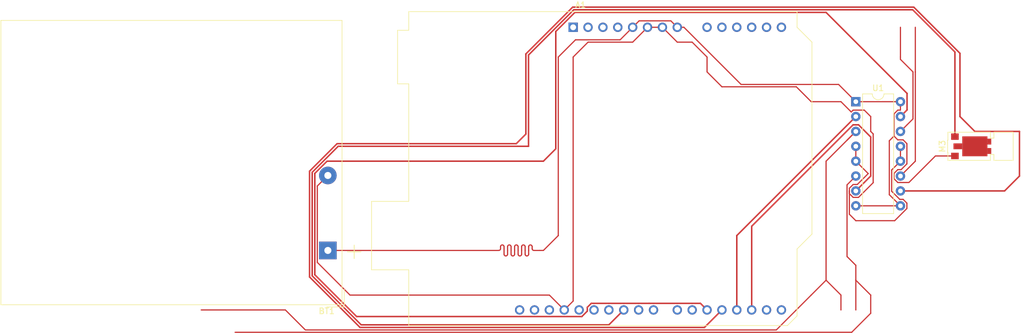
<source format=kicad_pcb>
(kicad_pcb (version 20221018) (generator pcbnew)
  (layers (0 "F.Cu" signal) (31 "B.Cu" signal) (34 "B.Paste" user) (35 "F.Paste" user) (36 "B.SilkS" user "B.Silkscreen") (37 "F.SilkS" user "F.Silkscreen") (38 "B.Mask" user) (39 "F.Mask" user) (44 "Edge.Cuts" user))
  (net 0 "")
  (net 5 "BAT1+")
  (net 6 "BAT1-")
  (net 7 "U1_A0")
  (net 15 "U1_D2")
  (net 16 "U1_D3")
  (net 17 "U1_D4")
  (net 18 "U1_D5")
  (net 23 "Net-(A1-D10)")
  (net 30 "M3_-")
  (net 31 "M3_+")
  (net 32 "M1L_+")
  (net 33 "M1L_-")
  (footprint "Motors:Vybronics_VZ30C1T8219732L" (layer "F.Cu") (at 229.55 71.12 90)
    (fp_text reference "M3" (at 0 -6.5 90) (layer "F.SilkS"))
    (fp_text value "Motor_Servo")
    (fp_line (start -2.4 -5.55) (end -1.05 -5.55) (stroke (width 0.12)) (layer "F.SilkS"))
    (fp_line (start -2.4 -5.2) (end -2.4 -5.55) (stroke (width 0.12)) (layer "F.SilkS"))
    (fp_line (start -2.4 1.7) (end -2.4 -5.2) (stroke (width 0.12)) (layer "F.SilkS"))
    (fp_line (start -2.4 2.3) (end -1.4 2.3) (stroke (width 0.12)) (layer "F.SilkS"))
    (fp_line (start -2.4 5.6) (end -2.4 2.3) (stroke (width 0.12)) (layer "F.SilkS"))
    (fp_line (start -1.4 1.7) (end -2.4 1.7) (stroke (width 0.12)) (layer "F.SilkS"))
    (fp_line (start -1.4 2.3) (end -1.4 1.7) (stroke (width 0.12)) (layer "F.SilkS"))
    (fp_line (start -1.05 -5.6) (end 1.05 -5.6) (stroke (width 0.12)) (layer "F.SilkS"))
    (fp_line (start -1.05 -5.55) (end -1.05 -5.6) (stroke (width 0.12)) (layer "F.SilkS"))
    (fp_line (start 1.05 -5.6) (end 1.05 -5.55) (stroke (width 0.12)) (layer "F.SilkS"))
    (fp_line (start 1.05 -5.55) (end 2.4 -5.55) (stroke (width 0.12)) (layer "F.SilkS"))
    (fp_line (start 1.4 1.7) (end 1.4 2.3) (stroke (width 0.12)) (layer "F.SilkS"))
    (fp_line (start 1.4 2.3) (end 2.4 2.3) (stroke (width 0.12)) (layer "F.SilkS"))
    (fp_line (start 2.4 -5.55) (end 2.4 -5.2) (stroke (width 0.12)) (layer "F.SilkS"))
    (fp_line (start 2.4 -5.2) (end 2.4 1.7) (stroke (width 0.12)) (layer "F.SilkS"))
    (fp_line (start 2.4 1.7) (end 1.4 1.7) (stroke (width 0.12)) (layer "F.SilkS"))
    (fp_line (start 2.4 2.3) (end 2.4 5.6) (stroke (width 0.12)) (layer "F.SilkS"))
    (fp_line (start 2.4 5.6) (end -2.4 5.6) (stroke (width 0.12)) (layer "F.SilkS"))
    (pad "1" smd rect (at -1.65 -4.35) (size 1.3 1.1) (layers "F.Cu" "F.Paste" "F.Mask") (net 5 "BAT1+"))
    (pad "2" smd rect (at 1.65 -4.35) (size 1.3 1.1) (layers "F.Cu" "F.Paste" "F.Mask") (net 23 "Net-(A1-D10)"))
    (pad "SH" smd rect (at -0.8 1.525 90) (size 1 0.65) (layers "F.Cu" "F.Paste" "F.Mask"))
    (pad "SH" smd rect (at 0 -3.85) (size 1.5 1) (layers "F.Cu" "F.Paste" "F.Mask"))
    (pad "SH" smd rect (at 0 -0.95) (size 4.3 3.4) (layers "F.Cu" "F.Mask"))
    (pad "SH" smd rect (at 0.8 1.525 90) (size 1 0.65) (layers "F.Cu" "F.Paste" "F.Mask"))
  )
  (footprint "Battery:BatteryHolder_TruPower_BH-331P_3xAA" (layer "F.Cu") (at 118.14 88.9 180)
    (fp_text reference "BT1" (at 0.2 -10.35) (layer "F.SilkS"))
    (fp_text value "Battery")
    (fp_text user "+" (at -4.5 0) (layer "F.SilkS") (effects (font (size 3 3))))
    (fp_line (start -2.8 -9.65) (end 0.2 -9.65) (stroke (width 0.12)) (layer "F.SilkS"))
    (fp_line (start -2.8 -6.65) (end -2.8 -9.65) (stroke (width 0.12)) (layer "F.SilkS"))
    (fp_line (start -2.42 -9.27) (end -2.42 39.27) (stroke (width 0.12)) (layer "F.SilkS"))
    (fp_line (start -2.42 -9.27) (end 55.82 -9.27) (stroke (width 0.12)) (layer "F.SilkS"))
    (fp_line (start -2.42 39.27) (end 55.82 39.27) (stroke (width 0.12)) (layer "F.SilkS"))
    (fp_line (start 55.82 -9.27) (end 55.82 39.27) (stroke (width 0.12)) (layer "F.SilkS"))
    (pad "" np_thru_hole circle (at 26.7 0 180) (size 3.5 3.5) (drill 3.5) (layers "*.Cu" "*.Mask"))
    (pad "" np_thru_hole circle (at 26.7 30 180) (size 3.5 3.5) (drill 3.5) (layers "*.Cu" "*.Mask"))
    (pad "1" thru_hole rect (at 0 0 180) (size 3 3) (drill 1.2) (layers "*.Cu" "*.Mask") (net 5 "BAT1+"))
    (pad "2" thru_hole circle (at 0 12.8 180) (size 3 3) (drill 1.2) (layers "*.Cu" "*.Mask") (net 6 "BAT1-"))
  )
  (footprint "Package_DIP:DIP-16_W7.62mm" (layer "F.Cu") (at 208.28 63.5)
    (fp_text reference "U1" (at 3.81 -2.33) (layer "F.SilkS"))
    (fp_text value "L293D")
    (fp_line (start 1.16 -1.33) (end 1.16 19.11) (stroke (width 0.12)) (layer "F.SilkS"))
    (fp_line (start 1.16 19.11) (end 6.46 19.11) (stroke (width 0.12)) (layer "F.SilkS"))
    (fp_line (start 2.81 -1.33) (end 1.16 -1.33) (stroke (width 0.12)) (layer "F.SilkS"))
    (fp_line (start 6.46 -1.33) (end 4.81 -1.33) (stroke (width 0.12)) (layer "F.SilkS"))
    (fp_line (start 6.46 19.11) (end 6.46 -1.33) (stroke (width 0.12)) (layer "F.SilkS"))
    (fp_arc (start 4.81 -1.33) (mid 3.81 -0.33) (end 2.81 -1.33) (stroke (width 0.12)) (layer "F.SilkS"))
    (pad "1" thru_hole rect (at 0 0) (size 1.6 1.6) (drill 0.8) (layers "*.Cu" "*.Mask") (net 5 "BAT1+"))
    (pad "2" thru_hole oval (at 0 2.54) (size 1.6 1.6) (drill 0.8) (layers "*.Cu" "*.Mask") (net 16 "U1_D3"))
    (pad "3" thru_hole oval (at 0 5.08) (size 1.6 1.6) (drill 0.8) (layers "*.Cu" "*.Mask") (net 30 "M3_-"))
    (pad "4" thru_hole oval (at 0 7.62) (size 1.6 1.6) (drill 0.8) (layers "*.Cu" "*.Mask") (net 6 "BAT1-"))
    (pad "5" thru_hole oval (at 0 10.16) (size 1.6 1.6) (drill 0.8) (layers "*.Cu" "*.Mask") (net 6 "BAT1-"))
    (pad "6" thru_hole oval (at 0 12.7) (size 1.6 1.6) (drill 0.8) (layers "*.Cu" "*.Mask") (net 31 "M3_+"))
    (pad "7" thru_hole oval (at 0 15.24) (size 1.6 1.6) (drill 0.8) (layers "*.Cu" "*.Mask") (net 15 "U1_D2"))
    (pad "8" thru_hole oval (at 0 17.78) (size 1.6 1.6) (drill 0.8) (layers "*.Cu" "*.Mask") (net 5 "BAT1+"))
    (pad "9" thru_hole oval (at 7.62 17.78) (size 1.6 1.6) (drill 0.8) (layers "*.Cu" "*.Mask") (net 5 "BAT1+"))
    (pad "10" thru_hole oval (at 7.62 15.24) (size 1.6 1.6) (drill 0.8) (layers "*.Cu" "*.Mask") (net 17 "U1_D4"))
    (pad "11" thru_hole oval (at 7.62 12.7) (size 1.6 1.6) (drill 0.8) (layers "*.Cu" "*.Mask") (net 33 "M1L_-"))
    (pad "12" thru_hole oval (at 7.62 10.16) (size 1.6 1.6) (drill 0.8) (layers "*.Cu" "*.Mask") (net 6 "BAT1-"))
    (pad "13" thru_hole oval (at 7.62 7.62) (size 1.6 1.6) (drill 0.8) (layers "*.Cu" "*.Mask") (net 6 "BAT1-"))
    (pad "14" thru_hole oval (at 7.62 5.08) (size 1.6 1.6) (drill 0.8) (layers "*.Cu" "*.Mask") (net 32 "M1L_+"))
    (pad "15" thru_hole oval (at 7.62 2.54) (size 1.6 1.6) (drill 0.8) (layers "*.Cu" "*.Mask") (net 18 "U1_D5"))
    (pad "16" thru_hole oval (at 7.62 0) (size 1.6 1.6) (drill 0.8) (layers "*.Cu" "*.Mask") (net 5 "BAT1+"))
  )
  (footprint "Module:Arduino_UNO_R3" (layer "F.Cu") (at 160.02 50.8)
    (fp_text reference "A1" (at 1.27 -3.81) (layer "F.SilkS"))
    (fp_text value "Arduino_UNO_R3")
    (fp_line (start -34.42 29.72) (end -34.42 41.4) (stroke (width 0.12)) (layer "F.SilkS"))
    (fp_line (start -34.42 41.4) (end -28.07 41.4) (stroke (width 0.12)) (layer "F.SilkS"))
    (fp_line (start -29.97 0.51) (end -29.97 9.65) (stroke (width 0.12)) (layer "F.SilkS"))
    (fp_line (start -29.97 9.65) (end -28.07 9.65) (stroke (width 0.12)) (layer "F.SilkS"))
    (fp_line (start -28.07 -2.67) (end -28.07 0.51) (stroke (width 0.12)) (layer "F.SilkS"))
    (fp_line (start -28.07 0.51) (end -29.97 0.51) (stroke (width 0.12)) (layer "F.SilkS"))
    (fp_line (start -28.07 9.65) (end -28.07 29.72) (stroke (width 0.12)) (layer "F.SilkS"))
    (fp_line (start -28.07 29.72) (end -34.42 29.72) (stroke (width 0.12)) (layer "F.SilkS"))
    (fp_line (start -28.07 41.4) (end -28.07 50.93) (stroke (width 0.12)) (layer "F.SilkS"))
    (fp_line (start -28.07 50.93) (end 36.58 50.93) (stroke (width 0.12)) (layer "F.SilkS"))
    (fp_line (start 36.58 50.93) (end 38.23 49.28) (stroke (width 0.12)) (layer "F.SilkS"))
    (fp_line (start 38.23 -2.67) (end -28.07 -2.67) (stroke (width 0.12)) (layer "F.SilkS"))
    (fp_line (start 38.23 0) (end 38.23 -2.67) (stroke (width 0.12)) (layer "F.SilkS"))
    (fp_line (start 38.23 37.85) (end 40.77 35.31) (stroke (width 0.12)) (layer "F.SilkS"))
    (fp_line (start 38.23 49.28) (end 38.23 37.85) (stroke (width 0.12)) (layer "F.SilkS"))
    (fp_line (start 40.77 2.54) (end 38.23 0) (stroke (width 0.12)) (layer "F.SilkS"))
    (fp_line (start 40.77 35.31) (end 40.77 2.54) (stroke (width 0.12)) (layer "F.SilkS"))
    (pad "1" thru_hole rect (at 0 0 90) (size 1.6 1.6) (drill 1) (layers "*.Cu" "*.Mask"))
    (pad "2" thru_hole oval (at 2.54 0 90) (size 1.6 1.6) (drill 1) (layers "*.Cu" "*.Mask"))
    (pad "3" thru_hole oval (at 5.08 0 90) (size 1.6 1.6) (drill 1) (layers "*.Cu" "*.Mask"))
    (pad "4" thru_hole oval (at 7.62 0 90) (size 1.6 1.6) (drill 1) (layers "*.Cu" "*.Mask"))
    (pad "5" thru_hole oval (at 10.16 0 90) (size 1.6 1.6) (drill 1) (layers "*.Cu" "*.Mask") (net 5 "BAT1+"))
    (pad "6" thru_hole oval (at 12.7 0 90) (size 1.6 1.6) (drill 1) (layers "*.Cu" "*.Mask") (net 6 "BAT1-"))
    (pad "7" thru_hole oval (at 15.24 0 90) (size 1.6 1.6) (drill 1) (layers "*.Cu" "*.Mask") (net 6 "BAT1-"))
    (pad "8" thru_hole oval (at 17.78 0 90) (size 1.6 1.6) (drill 1) (layers "*.Cu" "*.Mask") (net 5 "BAT1+"))
    (pad "9" thru_hole oval (at 22.86 0 90) (size 1.6 1.6) (drill 1) (layers "*.Cu" "*.Mask") (net 7 "U1_A0"))
    (pad "10" thru_hole oval (at 25.4 0 90) (size 1.6 1.6) (drill 1) (layers "*.Cu" "*.Mask"))
    (pad "11" thru_hole oval (at 27.94 0 90) (size 1.6 1.6) (drill 1) (layers "*.Cu" "*.Mask"))
    (pad "12" thru_hole oval (at 30.48 0 90) (size 1.6 1.6) (drill 1) (layers "*.Cu" "*.Mask"))
    (pad "13" thru_hole oval (at 33.02 0 90) (size 1.6 1.6) (drill 1) (layers "*.Cu" "*.Mask"))
    (pad "14" thru_hole oval (at 35.56 0 90) (size 1.6 1.6) (drill 1) (layers "*.Cu" "*.Mask"))
    (pad "15" thru_hole oval (at 35.56 48.26 90) (size 1.6 1.6) (drill 1) (layers "*.Cu" "*.Mask"))
    (pad "16" thru_hole oval (at 33.02 48.26 90) (size 1.6 1.6) (drill 1) (layers "*.Cu" "*.Mask"))
    (pad "17" thru_hole oval (at 30.48 48.26 90) (size 1.6 1.6) (drill 1) (layers "*.Cu" "*.Mask") (net 15 "U1_D2"))
    (pad "18" thru_hole oval (at 27.94 48.26 90) (size 1.6 1.6) (drill 1) (layers "*.Cu" "*.Mask") (net 16 "U1_D3"))
    (pad "19" thru_hole oval (at 25.4 48.26 90) (size 1.6 1.6) (drill 1) (layers "*.Cu" "*.Mask") (net 17 "U1_D4"))
    (pad "20" thru_hole oval (at 22.86 48.26 90) (size 1.6 1.6) (drill 1) (layers "*.Cu" "*.Mask") (net 18 "U1_D5"))
    (pad "21" thru_hole oval (at 20.32 48.26 90) (size 1.6 1.6) (drill 1) (layers "*.Cu" "*.Mask"))
    (pad "22" thru_hole oval (at 17.78 48.26 90) (size 1.6 1.6) (drill 1) (layers "*.Cu" "*.Mask"))
    (pad "23" thru_hole oval (at 13.72 48.26 90) (size 1.6 1.6) (drill 1) (layers "*.Cu" "*.Mask"))
    (pad "24" thru_hole oval (at 11.18 48.26 90) (size 1.6 1.6) (drill 1) (layers "*.Cu" "*.Mask"))
    (pad "25" thru_hole oval (at 8.64 48.26 90) (size 1.6 1.6) (drill 1) (layers "*.Cu" "*.Mask") (net 23 "Net-(A1-D10)"))
    (pad "26" thru_hole oval (at 6.1 48.26 90) (size 1.6 1.6) (drill 1) (layers "*.Cu" "*.Mask"))
    (pad "27" thru_hole oval (at 3.56 48.26 90) (size 1.6 1.6) (drill 1) (layers "*.Cu" "*.Mask"))
    (pad "28" thru_hole oval (at 1.02 48.26 90) (size 1.6 1.6) (drill 1) (layers "*.Cu" "*.Mask"))
    (pad "29" thru_hole oval (at -1.52 48.26 90) (size 1.6 1.6) (drill 1) (layers "*.Cu" "*.Mask") (net 6 "BAT1-"))
    (pad "30" thru_hole oval (at -4.06 48.26 90) (size 1.6 1.6) (drill 1) (layers "*.Cu" "*.Mask"))
    (pad "31" thru_hole oval (at -6.6 48.26 90) (size 1.6 1.6) (drill 1) (layers "*.Cu" "*.Mask"))
    (pad "32" thru_hole oval (at -9.14 48.26 90) (size 1.6 1.6) (drill 1) (layers "*.Cu" "*.Mask"))
  )
  (segment (start 178.93137 50.8) (end 188.69137 60.56) (width 0.2) (layer "F.Cu") (net 5))
  (segment (start 215.9 63.5) (end 215.9 64.94) (width 0.2) (layer "F.Cu") (net 5))
  (segment (start 160.42 52.94) (end 168.04 52.94) (width 0.2) (layer "F.Cu") (net 5))
  (segment (start 215.444365 70.02) (end 216.355635 70.02) (width 0.2) (layer "F.Cu") (net 5))
  (segment (start 152.42 88.9) (end 152.42 88.261159) (width 0.2) (layer "F.Cu") (net 5))
  (segment (start 177.8 50.8) (end 178.93137 50.8) (width 0.2) (layer "F.Cu") (net 5))
  (segment (start 221.87 72.77) (end 225.2 72.77) (width 0.2) (layer "F.Cu") (net 5))
  (segment (start 214.8 69.375635) (end 215.444365 70.02) (width 0.2) (layer "F.Cu") (net 5))
  (segment (start 215.444365 75.1) (end 214.8 75.744365) (width 0.2) (layer "F.Cu") (net 5))
  (segment (start 214 79.38) (end 214 70.175635) (width 0.2) (layer "F.Cu") (net 5))
  (segment (start 188.69137 60.56) (end 205.34 60.56) (width 0.2) (layer "F.Cu") (net 5))
  (segment (start 215.444365 77.3) (end 217.34 77.3) (width 0.2) (layer "F.Cu") (net 5))
  (segment (start 170.18 50.8) (end 171.28 49.7) (width 0.2) (layer "F.Cu") (net 5))
  (segment (start 171.28 49.7) (end 176.7 49.7) (width 0.2) (layer "F.Cu") (net 5))
  (segment (start 149.42 88.261159) (end 149.42 88.9) (width 0.2) (layer "F.Cu") (net 5))
  (segment (start 153.02 88.261159) (end 153.02 88.6) (width 0.2) (layer "F.Cu") (net 5))
  (segment (start 153.32 88.9) (end 154.296561 88.9) (width 0.2) (layer "F.Cu") (net 5))
  (segment (start 151.82 88.9) (end 151.82 89.538817) (width 0.2) (layer "F.Cu") (net 5))
  (segment (start 151.22 88.9) (end 151.22 88.261159) (width 0.2) (layer "F.Cu") (net 5))
  (segment (start 152.42 89.538817) (end 152.42 88.9) (width 0.2) (layer "F.Cu") (net 5))
  (segment (start 157.48 55.88) (end 160.42 52.94) (width 0.2) (layer "F.Cu") (net 5))
  (segment (start 216.015635 75.1) (end 215.444365 75.1) (width 0.2) (layer "F.Cu") (net 5))
  (segment (start 148.82 89.538841) (end 148.82 88.9) (width 0.2) (layer "F.Cu") (net 5))
  (segment (start 150.62 88.9) (end 150.62 89.538841) (width 0.2) (layer "F.Cu") (net 5))
  (segment (start 214 70.175635) (end 214.8 69.375635) (width 0.2) (layer "F.Cu") (net 5))
  (segment (start 151.82 88.261159) (end 151.82 88.9) (width 0.2) (layer "F.Cu") (net 5))
  (segment (start 215.9 81.28) (end 214 79.38) (width 0.2) (layer "F.Cu") (net 5))
  (segment (start 217.34 77.3) (end 221.87 72.77) (width 0.2) (layer "F.Cu") (net 5))
  (segment (start 150.02 89.538841) (end 150.02 88.9) (width 0.2) (layer "F.Cu") (net 5))
  (segment (start 208.28 63.5) (end 215.9 63.5) (width 0.2) (layer "F.Cu") (net 5))
  (segment (start 151.22 89.538841) (end 151.22 88.9) (width 0.2) (layer "F.Cu") (net 5))
  (segment (start 214.8 65.584365) (end 214.8 69.375635) (width 0.2) (layer "F.Cu") (net 5))
  (segment (start 208.28 81.28) (end 215.9 81.28) (width 0.2) (layer "F.Cu") (net 5))
  (segment (start 217 74.115635) (end 216.015635 75.1) (width 0.2) (layer "F.Cu") (net 5))
  (segment (start 148.22 88.6) (end 148.22 89.538841) (width 0.2) (layer "F.Cu") (net 5))
  (segment (start 157.48 86.36) (end 157.48 55.88) (width 0.2) (layer "F.Cu") (net 5))
  (segment (start 205.34 60.56) (end 208.28 63.5) (width 0.2) (layer "F.Cu") (net 5))
  (segment (start 176.7 49.7) (end 177.8 50.8) (width 0.2) (layer "F.Cu") (net 5))
  (segment (start 150.02 88.9) (end 150.02 88.261159) (width 0.2) (layer "F.Cu") (net 5))
  (segment (start 154.94 88.9) (end 157.48 86.36) (width 0.2) (layer "F.Cu") (net 5))
  (segment (start 216.355635 70.02) (end 217 70.664365) (width 0.2) (layer "F.Cu") (net 5))
  (segment (start 149.42 88.9) (end 149.42 89.538841) (width 0.2) (layer "F.Cu") (net 5))
  (segment (start 154.296561 88.9) (end 154.94 88.9) (width 0.2) (layer "F.Cu") (net 5))
  (segment (start 118.14 88.9) (end 147.32 88.9) (width 0.2) (layer "F.Cu") (net 5))
  (segment (start 215.9 64.94) (end 215.444365 64.94) (width 0.2) (layer "F.Cu") (net 5))
  (segment (start 147.62 88.6) (end 147.62 88.261159) (width 0.2) (layer "F.Cu") (net 5))
  (segment (start 214.8 76.655635) (end 215.444365 77.3) (width 0.2) (layer "F.Cu") (net 5))
  (segment (start 217 70.664365) (end 217 74.115635) (width 0.2) (layer "F.Cu") (net 5))
  (segment (start 215.444365 64.94) (end 214.8 65.584365) (width 0.2) (layer "F.Cu") (net 5))
  (segment (start 148.82 88.9) (end 148.82 88.261159) (width 0.2) (layer "F.Cu") (net 5))
  (segment (start 168.04 52.94) (end 170.18 50.8) (width 0.2) (layer "F.Cu") (net 5))
  (segment (start 148.22 88.261159) (end 148.22 88.6) (width 0.2) (layer "F.Cu") (net 5))
  (segment (start 150.62 88.261159) (end 150.62 88.9) (width 0.2) (layer "F.Cu") (net 5))
  (segment (start 214.8 75.744365) (end 214.8 76.655635) (width 0.2) (layer "F.Cu") (net 5))
  (arc (start 149.42 89.538841) (mid 149.507868 89.750973) (end 149.72 89.838841) (width 0.2) (layer "F.Cu") (net 5))
  (arc (start 149.12 87.961159) (mid 149.332132 88.049027) (end 149.42 88.261159) (width 0.2) (layer "F.Cu") (net 5))
  (arc (start 150.02 88.261159) (mid 150.107868 88.049027) (end 150.32 87.961159) (width 0.2) (layer "F.Cu") (net 5))
  (arc (start 148.82 88.261159) (mid 148.907868 88.049027) (end 149.12 87.961159) (width 0.2) (layer "F.Cu") (net 5))
  (arc (start 150.32 87.961159) (mid 150.532132 88.049027) (end 150.62 88.261159) (width 0.2) (layer "F.Cu") (net 5))
  (arc (start 152.72 87.961159) (mid 152.932132 88.049027) (end 153.02 88.261159) (width 0.2) (layer "F.Cu") (net 5))
  (arc (start 151.52 87.961159) (mid 151.732132 88.049027) (end 151.82 88.261159) (width 0.2) (layer "F.Cu") (net 5))
  (arc (start 147.92 87.961159) (mid 148.132132 88.049027) (end 148.22 88.261159) (width 0.2) (layer "F.Cu") (net 5))
  (arc (start 147.32 88.9) (mid 147.532132 88.812132) (end 147.62 88.6) (width 0.2) (layer "F.Cu") (net 5))
  (arc (start 150.92 89.838841) (mid 151.132132 89.750973) (end 151.22 89.538841) (width 0.2) (layer "F.Cu") (net 5))
  (arc (start 148.52 89.838841) (mid 148.732132 89.750973) (end 148.82 89.538841) (width 0.2) (layer "F.Cu") (net 5))
  (arc (start 148.22 89.538841) (mid 148.307868 89.750973) (end 148.52 89.838841) (width 0.2) (layer "F.Cu") (net 5))
  (arc (start 147.62 88.261159) (mid 147.707868 88.049027) (end 147.92 87.961159) (width 0.2) (layer "F.Cu") (net 5))
  (arc (start 151.22 88.261159) (mid 151.307868 88.049027) (end 151.52 87.961159) (width 0.2) (layer "F.Cu") (net 5))
  (arc (start 153.02 88.6) (mid 153.107868 88.812132) (end 153.32 88.9) (width 0.2) (layer "F.Cu") (net 5))
  (arc (start 152.12 89.838817) (mid 152.332132 89.750949) (end 152.42 89.538817) (width 0.2) (layer "F.Cu") (net 5))
  (arc (start 149.72 89.838841) (mid 149.932132 89.750973) (end 150.02 89.538841) (width 0.2) (layer "F.Cu") (net 5))
  (arc (start 152.42 88.261159) (mid 152.507868 88.049027) (end 152.72 87.961159) (width 0.2) (layer "F.Cu") (net 5))
  (arc (start 151.82 89.538817) (mid 151.907868 89.750949) (end 152.12 89.838817) (width 0.2) (layer "F.Cu") (net 5))
  (arc (start 150.62 89.538841) (mid 150.707868 89.750973) (end 150.92 89.838841) (width 0.2) (layer "F.Cu") (net 5))
  (segment (start 180.34 53.34) (end 182.88 55.88) (width 0.2) (layer "F.Cu") (net 6))
  (segment (start 185.42 60.96) (end 198.12 60.96) (width 0.2) (layer "F.Cu") (net 6))
  (segment (start 217 80.824365) (end 216.355635 80.18) (width 0.2) (layer "F.Cu") (net 6))
  (segment (start 118.14 76.1) (end 116.34 77.9) (width 0.2) (layer "F.Cu") (net 6))
  (segment (start 155.96 96.52) (end 158.5 99.06) (width 0.2) (layer "F.Cu") (net 6))
  (segment (start 208.53 77.64) (end 207.824365 77.64) (width 0.2) (layer "F.Cu") (net 6))
  (segment (start 214.915635 83.82) (end 217 81.735635) (width 0.2) (layer "F.Cu") (net 6))
  (segment (start 209.72 64.94) (end 210.82 66.04) (width 0.2) (layer "F.Cu") (net 6))
  (segment (start 208.28 83.82) (end 214.915635 83.82) (width 0.2) (layer "F.Cu") (net 6))
  (segment (start 177.8 53.34) (end 180.34 53.34) (width 0.2) (layer "F.Cu") (net 6))
  (segment (start 216.355635 80.18) (end 215.784365 80.18) (width 0.2) (layer "F.Cu") (net 6))
  (segment (start 116.34 77.9) (end 116.34 90.94) (width 0.2) (layer "F.Cu") (net 6))
  (segment (start 207.502183 65.262183) (end 207.824365 64.94) (width 0.2) (layer "F.Cu") (net 6))
  (segment (start 214.4 75.16) (end 215.9 73.66) (width 0.2) (layer "F.Cu") (net 6))
  (segment (start 207.18 78.74) (end 207.18 82.72) (width 0.2) (layer "F.Cu") (net 6))
  (segment (start 175.26 50.8) (end 172.72 50.8) (width 0.2) (layer "F.Cu") (net 6))
  (segment (start 175.26 50.8) (end 177.8 53.34) (width 0.2) (layer "F.Cu") (net 6))
  (segment (start 207.18 78.284365) (end 207.18 78.74) (width 0.2) (layer "F.Cu") (net 6))
  (segment (start 208.28 71.12) (end 208.28 73.66) (width 0.2) (layer "F.Cu") (net 6))
  (segment (start 162.56 53.34) (end 170.18 53.34) (width 0.2) (layer "F.Cu") (net 6))
  (segment (start 160.02 55.88) (end 162.56 53.34) (width 0.2) (layer "F.Cu") (net 6))
  (segment (start 214.4 78.795635) (end 214.4 75.16) (width 0.2) (layer "F.Cu") (net 6))
  (segment (start 217 81.735635) (end 217 80.824365) (width 0.2) (layer "F.Cu") (net 6))
  (segment (start 207.824365 79.84) (end 207.18 79.195635) (width 0.2) (layer "F.Cu") (net 6))
  (segment (start 207.824365 77.64) (end 207.18 78.284365) (width 0.2) (layer "F.Cu") (net 6))
  (segment (start 198.12 60.96) (end 200.66 63.5) (width 0.2) (layer "F.Cu") (net 6))
  (segment (start 121.92 96.52) (end 155.96 96.52) (width 0.2) (layer "F.Cu") (net 6))
  (segment (start 215.9 71.12) (end 215.9 73.66) (width 0.2) (layer "F.Cu") (net 6))
  (segment (start 210.82 68.58) (end 211.245 69.005) (width 0.2) (layer "F.Cu") (net 6))
  (segment (start 158.5 99.06) (end 160.02 97.54) (width 0.2) (layer "F.Cu") (net 6))
  (segment (start 210.82 66.04) (end 210.82 68.58) (width 0.2) (layer "F.Cu") (net 6))
  (segment (start 116.34 90.94) (end 121.92 96.52) (width 0.2) (layer "F.Cu") (net 6))
  (segment (start 210.395 75.775) (end 208.53 77.64) (width 0.2) (layer "F.Cu") (net 6))
  (segment (start 205.74 63.5) (end 207.502183 65.262183) (width 0.2) (layer "F.Cu") (net 6))
  (segment (start 170.18 53.34) (end 172.72 50.8) (width 0.2) (layer "F.Cu") (net 6))
  (segment (start 208.28 73.66) (end 210.395 75.775) (width 0.2) (layer "F.Cu") (net 6))
  (segment (start 211.245 69.005) (end 211.245 77.330635) (width 0.2) (layer "F.Cu") (net 6))
  (segment (start 200.66 63.5) (end 205.74 63.5) (width 0.2) (layer "F.Cu") (net 6))
  (segment (start 207.18 79.195635) (end 207.18 78.74) (width 0.2) (layer "F.Cu") (net 6))
  (segment (start 215.784365 80.18) (end 214.4 78.795635) (width 0.2) (layer "F.Cu") (net 6))
  (segment (start 182.88 55.88) (end 182.88 58.42) (width 0.2) (layer "F.Cu") (net 6))
  (segment (start 207.824365 64.94) (end 209.72 64.94) (width 0.2) (layer "F.Cu") (net 6))
  (segment (start 160.02 97.54) (end 160.02 55.88) (width 0.2) (layer "F.Cu") (net 6))
  (segment (start 208.735635 79.84) (end 207.824365 79.84) (width 0.2) (layer "F.Cu") (net 6))
  (segment (start 207.18 82.72) (end 208.28 83.82) (width 0.2) (layer "F.Cu") (net 6))
  (segment (start 211.245 77.330635) (end 208.735635 79.84) (width 0.2) (layer "F.Cu") (net 6))
  (segment (start 182.88 58.42) (end 185.42 60.96) (width 0.2) (layer "F.Cu") (net 6))
  (segment (start 210.82 76.2) (end 208.28 78.74) (width 0.25) (layer "F.Cu") (net 15))
  (segment (start 190.5 99.06) (end 190.5 84.769009) (width 0.25) (layer "F.Cu") (net 15))
  (segment (start 190.5 84.769009) (end 207.814009 67.455) (width 0.25) (layer "F.Cu") (net 15))
  (segment (start 210.82 69.529009) (end 210.82 76.2) (width 0.25) (layer "F.Cu") (net 15))
  (segment (start 207.814009 67.455) (end 208.745991 67.455) (width 0.25) (layer "F.Cu") (net 15))
  (segment (start 208.745991 67.455) (end 210.82 69.529009) (width 0.25) (layer "F.Cu") (net 15))
  (segment (start 187.96 86.36) (end 208.28 66.04) (width 0.25) (layer "F.Cu") (net 16))
  (segment (start 187.96 99.06) (end 187.96 86.36) (width 0.25) (layer "F.Cu") (net 16))
  (segment (start 115.015 75.371268) (end 119.716268 70.67) (width 0.25) (layer "F.Cu") (net 17))
  (segment (start 226.06 66.04) (end 228.6 68.58) (width 0.25) (layer "F.Cu") (net 17))
  (segment (start 236.22 76.2) (end 233.68 78.74) (width 0.25) (layer "F.Cu") (net 17))
  (segment (start 228.6 68.58) (end 236.22 68.58) (width 0.25) (layer "F.Cu") (net 17))
  (segment (start 185.42 99.06) (end 182.88 101.6) (width 0.25) (layer "F.Cu") (net 17))
  (segment (start 119.716268 70.67) (end 150.31 70.67) (width 0.25) (layer "F.Cu") (net 17))
  (segment (start 151.95 69.03) (end 151.95 55.347208) (width 0.25) (layer "F.Cu") (net 17))
  (segment (start 218.176396 47.36) (end 226.06 55.243604) (width 0.25) (layer "F.Cu") (net 17))
  (segment (start 182.43 102.05) (end 123.637208 102.05) (width 0.25) (layer "F.Cu") (net 17))
  (segment (start 226.06 55.243604) (end 226.06 66.04) (width 0.25) (layer "F.Cu") (net 17))
  (segment (start 236.22 68.58) (end 236.22 76.2) (width 0.25) (layer "F.Cu") (net 17))
  (segment (start 115.015 93.427792) (end 115.015 75.371268) (width 0.25) (layer "F.Cu") (net 17))
  (segment (start 182.88 101.6) (end 182.43 102.05) (width 0.25) (layer "F.Cu") (net 17))
  (segment (start 150.31 70.67) (end 151.95 69.03) (width 0.25) (layer "F.Cu") (net 17))
  (segment (start 159.937208 47.36) (end 218.176396 47.36) (width 0.25) (layer "F.Cu") (net 17))
  (segment (start 151.95 55.347208) (end 159.937208 47.36) (width 0.25) (layer "F.Cu") (net 17))
  (segment (start 123.637208 102.05) (end 115.015 93.427792) (width 0.25) (layer "F.Cu") (net 17))
  (segment (start 233.68 78.74) (end 215.9 78.74) (width 0.25) (layer "F.Cu") (net 17))
  (segment (start 161.505991 100.185) (end 123.045 100.185) (width 0.25) (layer "F.Cu") (net 18))
  (segment (start 217.025 64.915) (end 215.9 66.04) (width 0.25) (layer "F.Cu") (net 18))
  (segment (start 217.025 62.085) (end 217.025 64.915) (width 0.25) (layer "F.Cu") (net 18))
  (segment (start 115.915 93.055) (end 115.915 75.74406) (width 0.25) (layer "F.Cu") (net 18))
  (segment (start 182.88 99.06) (end 181.755 97.935) (width 0.25) (layer "F.Cu") (net 18))
  (segment (start 203.2 48.26) (end 217.025 62.085) (width 0.25) (layer "F.Cu") (net 18))
  (segment (start 172.984009 97.935) (end 163.114009 97.935) (width 0.25) (layer "F.Cu") (net 18))
  (segment (start 117.99906 73.66) (end 154.94 73.66) (width 0.25) (layer "F.Cu") (net 18))
  (segment (start 162.439009 98.61) (end 162.439009 99.251982) (width 0.25) (layer "F.Cu") (net 18))
  (segment (start 162.439009 99.251982) (end 161.505991 100.185) (width 0.25) (layer "F.Cu") (net 18))
  (segment (start 157.055 51.515) (end 160.31 48.26) (width 0.25) (layer "F.Cu") (net 18))
  (segment (start 157.055 71.545) (end 157.055 51.515) (width 0.25) (layer "F.Cu") (net 18))
  (segment (start 154.94 73.66) (end 157.055 71.545) (width 0.25) (layer "F.Cu") (net 18))
  (segment (start 181.755 97.935) (end 172.984009 97.935) (width 0.25) (layer "F.Cu") (net 18))
  (segment (start 123.045 100.185) (end 115.915 93.055) (width 0.25) (layer "F.Cu") (net 18))
  (segment (start 160.31 48.26) (end 203.2 48.26) (width 0.25) (layer "F.Cu") (net 18))
  (segment (start 115.915 75.74406) (end 117.99906 73.66) (width 0.25) (layer "F.Cu") (net 18))
  (segment (start 163.114009 97.935) (end 162.439009 98.61) (width 0.25) (layer "F.Cu") (net 18))
  (segment (start 115.465 75.557664) (end 119.902664 71.12) (width 0.25) (layer "F.Cu") (net 23))
  (segment (start 119.902664 71.12) (end 152.4 71.12) (width 0.25) (layer "F.Cu") (net 23))
  (segment (start 225.2 55.02) (end 225.2 69.47) (width 0.25) (layer "F.Cu") (net 23))
  (segment (start 168.66 99.06) (end 166.12 101.6) (width 0.25) (layer "F.Cu") (net 23))
  (segment (start 152.4 55.533604) (end 160.123604 47.81) (width 0.25) (layer "F.Cu") (net 23))
  (segment (start 123.823604 101.6) (end 115.465 93.241396) (width 0.25) (layer "F.Cu") (net 23))
  (segment (start 152.4 71.12) (end 152.4 55.533604) (width 0.25) (layer "F.Cu") (net 23))
  (segment (start 166.12 101.6) (end 123.823604 101.6) (width 0.25) (layer "F.Cu") (net 23))
  (segment (start 217.99 47.81) (end 225.2 55.02) (width 0.25) (layer "F.Cu") (net 23))
  (segment (start 115.465 93.241396) (end 115.465 75.557664) (width 0.25) (layer "F.Cu") (net 23))
  (segment (start 160.123604 47.81) (end 217.99 47.81) (width 0.25) (layer "F.Cu") (net 23))
  (segment (start 203.2 93.98) (end 200.66 96.52) (width 0.2) (layer "F.Cu") (net 30))
  (segment (start 200.66 96.52) (end 198.12 99.06) (width 0.2) (layer "F.Cu") (net 30))
  (segment (start 203.2 73.66) (end 203.2 93.98) (width 0.2) (layer "F.Cu") (net 30))
  (segment (start 198.12 99.06) (end 194.705 102.475) (width 0.2) (layer "F.Cu") (net 30))
  (segment (start 203.2 93.98) (end 205.74 96.52) (width 0.2) (layer "F.Cu") (net 30))
  (segment (start 114.3 102.475) (end 110.885 99.06) (width 0.2) (layer "F.Cu") (net 30))
  (segment (start 110.885 99.06) (end 96.52 99.06) (width 0.2) (layer "F.Cu") (net 30))
  (segment (start 205.74 96.52) (end 205.74 99.06) (width 0.2) (layer "F.Cu") (net 30))
  (segment (start 208.28 68.58) (end 206.78 70.08) (width 0.2) (layer "F.Cu") (net 30))
  (segment (start 194.705 102.475) (end 114.3 102.475) (width 0.2) (layer "F.Cu") (net 30))
  (segment (start 208.28 68.58) (end 203.2 73.66) (width 0.2) (layer "F.Cu") (net 30))
  (segment (start 102.309315 102.875) (end 207.570685 102.875) (width 0.2) (layer "F.Cu") (net 31))
  (segment (start 206.78 77.7) (end 208.28 76.2) (width 0.2) (layer "F.Cu") (net 31))
  (segment (start 206.78 89.94) (end 206.78 77.7) (width 0.2) (layer "F.Cu") (net 31))
  (segment (start 210.82 96.52) (end 208.28 93.98) (width 0.2) (layer "F.Cu") (net 31))
  (segment (start 208.28 91.44) (end 206.78 89.94) (width 0.2) (layer "F.Cu") (net 31))
  (segment (start 210.82 99.625685) (end 210.82 96.52) (width 0.2) (layer "F.Cu") (net 31))
  (segment (start 207.570685 102.875) (end 210.82 99.625685) (width 0.2) (layer "F.Cu") (net 31))
  (segment (start 208.28 93.98) (end 208.28 91.44) (width 0.2) (layer "F.Cu") (net 31))
  (segment (start 208.28 93.98) (end 208.28 99.06) (width 0.2) (layer "F.Cu") (net 31))
  (segment (start 218.04 58.42) (end 215.9 56.28) (width 0.2) (layer "F.Cu") (net 32))
  (segment (start 218.04 66.44) (end 218.04 66.04) (width 0.2) (layer "F.Cu") (net 32))
  (segment (start 218.04 58.82) (end 218.04 58.42) (width 0.2) (layer "F.Cu") (net 32))
  (segment (start 218.04 66.04) (end 218.04 58.82) (width 0.2) (layer "F.Cu") (net 32))
  (segment (start 215.9 55.88) (end 215.9 50.8) (width 0.2) (layer "F.Cu") (net 32))
  (segment (start 217 67.48) (end 218.04 66.44) (width 0.2) (layer "F.Cu") (net 32))
  (segment (start 215.9 56.28) (end 215.9 55.88) (width 0.2) (layer "F.Cu") (net 32))
  (segment (start 215.9 68.58) (end 217 67.48) (width 0.2) (layer "F.Cu") (net 32))
  (segment (start 215.9 76.2) (end 218.44 73.66) (width 0.2) (layer "F.Cu") (net 33))
  (segment (start 218.44 73.66) (end 218.44 58.42) (width 0.2) (layer "F.Cu") (net 33))
  (segment (start 218.44 58.42) (end 218.44 50.8) (width 0.2) (layer "F.Cu") (net 33))
)
</source>
